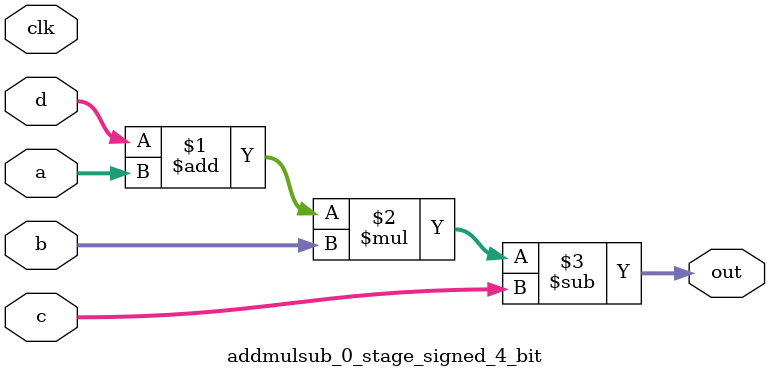
<source format=sv>
(* use_dsp = "yes" *) module addmulsub_0_stage_signed_4_bit(
	input signed [3:0] a,
	input signed [3:0] b,
	input signed [3:0] c,
	input signed [3:0] d,
	output [3:0] out,
	input clk);

	assign out = ((d + a) * b) - c;
endmodule

</source>
